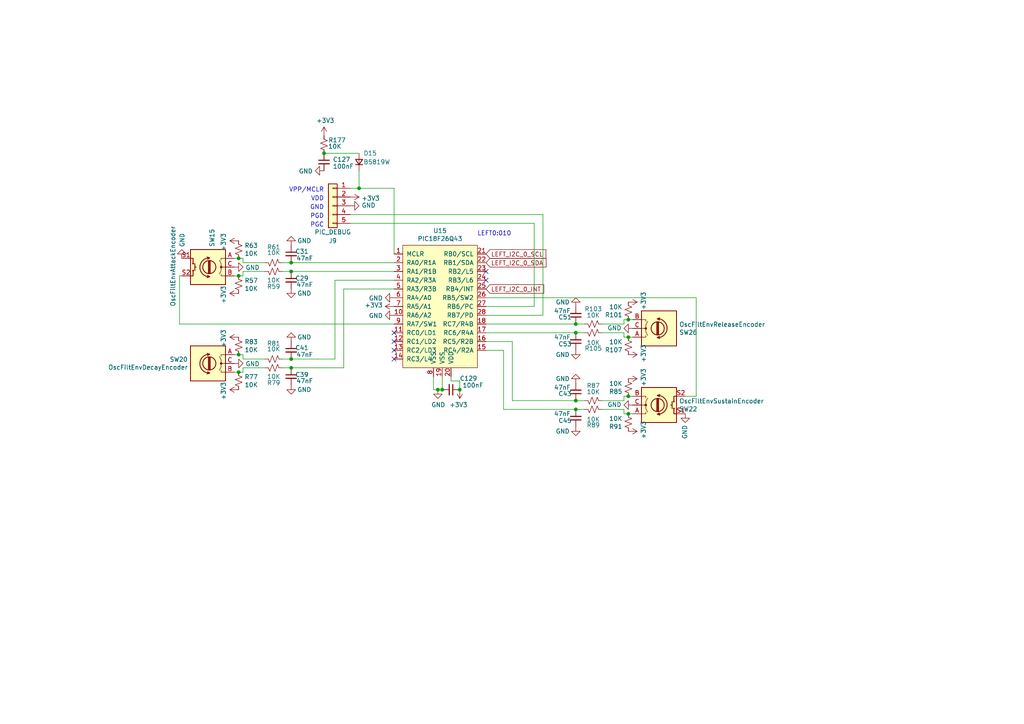
<source format=kicad_sch>
(kicad_sch (version 20210621) (generator eeschema)
  (paper "A4")
  (lib_symbols
    (symbol "Connector_Generic:Conn_01x05" (pin_names (offset 1.016) hide)
      (property "Reference" "J" (at 0 7.62 0))
      (property "Value" "Conn_01x05" (at 0 -7.62 0))
      (symbol "Conn_01x05_1_1"
        (rectangle (start -1.27 -4.953) (end 0 -5.207) (stroke (width 0.1524)))
        (rectangle (start -1.27 -2.413) (end 0 -2.667) (stroke (width 0.1524)))
        (rectangle (start -1.27 0.127) (end 0 -0.127) (stroke (width 0.1524)))
        (rectangle (start -1.27 2.667) (end 0 2.413) (stroke (width 0.1524)))
        (rectangle (start -1.27 5.207) (end 0 4.953) (stroke (width 0.1524)))
        (rectangle (start -1.27 6.35) (end 1.27 -6.35) (stroke (width 0.254)) (fill (type background)))
        (pin passive line (at -5.08 5.08 0) (length 3.81) (name "Pin_1") (number "1"))
        (pin passive line (at -5.08 2.54 0) (length 3.81) (name "Pin_2") (number "2"))
        (pin passive line (at -5.08 0 0) (length 3.81) (name "Pin_3") (number "3"))
        (pin passive line (at -5.08 -2.54 0) (length 3.81) (name "Pin_4") (number "4"))
        (pin passive line (at -5.08 -5.08 0) (length 3.81) (name "Pin_5") (number "5"))
      )
    )
    (symbol "Device:C_Small" (pin_numbers hide) (pin_names (offset 0.254) hide)
      (property "Reference" "C" (at 0.254 1.778 0))
      (property "Value" "C_Small" (at 0.254 -2.032 0))
      (symbol "C_Small_0_1"
        (polyline (pts (xy -1.524 -0.508) (xy 1.524 -0.508)) (stroke (width 0.3302)))
        (polyline (pts (xy -1.524 0.508) (xy 1.524 0.508)) (stroke (width 0.3048)))
      )
      (symbol "C_Small_1_1"
        (pin passive line (at 0 2.54 270) (length 2.032) (name "~") (number "1"))
        (pin passive line (at 0 -2.54 90) (length 2.032) (name "~") (number "2"))
      )
    )
    (symbol "Device:D_Small" (pin_numbers hide) (pin_names (offset 0.254) hide)
      (property "Reference" "D" (at -1.27 2.032 0))
      (property "Value" "D_Small" (at -3.81 -2.032 0))
      (symbol "D_Small_0_1"
        (polyline (pts (xy -0.762 -1.016) (xy -0.762 1.016)) (stroke (width 0.254)))
        (polyline (pts (xy -0.762 0) (xy 0.762 0)))
        (polyline (pts (xy 0.762 -1.016) (xy -0.762 0) (xy 0.762 1.016) (xy 0.762 -1.016)) (stroke (width 0.254)))
      )
      (symbol "D_Small_1_1"
        (pin passive line (at -2.54 0 0) (length 1.778) (name "K") (number "1"))
        (pin passive line (at 2.54 0 180) (length 1.778) (name "A") (number "2"))
      )
    )
    (symbol "Device:R_Small_US" (pin_numbers hide) (pin_names (offset 0.254) hide)
      (property "Reference" "R" (at 0.762 0.508 0))
      (property "Value" "R_Small_US" (at 0.762 -1.016 0))
      (symbol "R_Small_US_1_1"
        (polyline (pts (xy 0 0) (xy 1.016 -0.381) (xy 0 -0.762) (xy -1.016 -1.143) (xy 0 -1.524)))
        (polyline (pts (xy 0 1.524) (xy 1.016 1.143) (xy 0 0.762) (xy -1.016 0.381) (xy 0 0)))
        (pin passive line (at 0 2.54 270) (length 1.016) (name "~") (number "1"))
        (pin passive line (at 0 -2.54 90) (length 1.016) (name "~") (number "2"))
      )
    )
    (symbol "Device:RotaryEncoder" (pin_names (offset 0.254) hide)
      (property "Reference" "SW" (at 0 6.604 0))
      (property "Value" "RotaryEncoder" (at 0 -6.604 0))
      (symbol "RotaryEncoder_0_1"
        (arc (start -0.381 -2.794) (end -0.381 2.667) (radius (at -0.381 -0.0508) (length 2.7432) (angles -89.9 89.9)) (stroke (width 0.254)))
        (circle (center -0.381 0) (radius 1.905) (stroke (width 0.254)))
        (circle (center -3.81 0) (radius 0.254) (fill (type outline)))
        (rectangle (start -5.08 5.08) (end 5.08 -5.08) (stroke (width 0.254)) (fill (type background)))
        (polyline (pts (xy -0.635 -1.778) (xy -0.635 1.778)) (stroke (width 0.254)))
        (polyline (pts (xy -0.381 -1.778) (xy -0.381 1.778)) (stroke (width 0.254)))
        (polyline (pts (xy -0.127 1.778) (xy -0.127 -1.778)) (stroke (width 0.254)))
        (polyline (pts (xy -5.08 -2.54) (xy -3.81 -2.54) (xy -3.81 -2.032)))
        (polyline (pts (xy -5.08 2.54) (xy -3.81 2.54) (xy -3.81 2.032)))
        (polyline (pts (xy 0.254 -3.048) (xy -0.508 -2.794) (xy 0.127 -2.413)) (stroke (width 0.254)))
        (polyline (pts (xy 0.254 2.921) (xy -0.508 2.667) (xy 0.127 2.286)) (stroke (width 0.254)))
        (polyline (pts (xy -5.08 0) (xy -3.81 0) (xy -3.81 -1.016) (xy -3.302 -2.032)))
        (polyline (pts (xy -4.318 0) (xy -3.81 0) (xy -3.81 1.016) (xy -3.302 2.032)))
      )
      (symbol "RotaryEncoder_1_1"
        (pin passive line (at -7.62 2.54 0) (length 2.54) (name "A") (number "A"))
        (pin passive line (at -7.62 -2.54 0) (length 2.54) (name "B") (number "B"))
        (pin passive line (at -7.62 0 0) (length 2.54) (name "C") (number "C"))
      )
    )
    (symbol "Device:RotaryEncoder_Switch" (pin_names (offset 0.254) hide)
      (property "Reference" "SW" (at 0 6.604 0))
      (property "Value" "RotaryEncoder_Switch" (at 0 -6.604 0))
      (symbol "RotaryEncoder_Switch_0_1"
        (arc (start -0.381 -2.794) (end -0.381 2.667) (radius (at -0.381 -0.0508) (length 2.7432) (angles -89.9 89.9)) (stroke (width 0.254)))
        (circle (center -0.381 0) (radius 1.905) (stroke (width 0.254)))
        (circle (center 4.318 -1.016) (radius 0.127) (stroke (width 0.254)))
        (circle (center 4.318 1.016) (radius 0.127) (stroke (width 0.254)))
        (circle (center -3.81 0) (radius 0.254) (fill (type outline)))
        (rectangle (start -5.08 5.08) (end 5.08 -5.08) (stroke (width 0.254)) (fill (type background)))
        (polyline (pts (xy -0.635 -1.778) (xy -0.635 1.778)) (stroke (width 0.254)))
        (polyline (pts (xy -0.381 -1.778) (xy -0.381 1.778)) (stroke (width 0.254)))
        (polyline (pts (xy -0.127 1.778) (xy -0.127 -1.778)) (stroke (width 0.254)))
        (polyline (pts (xy 3.81 0) (xy 3.429 0)) (stroke (width 0.254)))
        (polyline (pts (xy 3.81 1.016) (xy 3.81 -1.016)) (stroke (width 0.254)))
        (polyline (pts (xy -5.08 -2.54) (xy -3.81 -2.54) (xy -3.81 -2.032)))
        (polyline (pts (xy -5.08 2.54) (xy -3.81 2.54) (xy -3.81 2.032)))
        (polyline (pts (xy 0.254 -3.048) (xy -0.508 -2.794) (xy 0.127 -2.413)) (stroke (width 0.254)))
        (polyline (pts (xy 0.254 2.921) (xy -0.508 2.667) (xy 0.127 2.286)) (stroke (width 0.254)))
        (polyline (pts (xy 5.08 -2.54) (xy 4.318 -2.54) (xy 4.318 -1.016)) (stroke (width 0.254)))
        (polyline (pts (xy 5.08 2.54) (xy 4.318 2.54) (xy 4.318 1.016)) (stroke (width 0.254)))
        (polyline (pts (xy -5.08 0) (xy -3.81 0) (xy -3.81 -1.016) (xy -3.302 -2.032)))
        (polyline (pts (xy -4.318 0) (xy -3.81 0) (xy -3.81 1.016) (xy -3.302 2.032)))
      )
      (symbol "RotaryEncoder_Switch_1_1"
        (pin passive line (at -7.62 2.54 0) (length 2.54) (name "A") (number "A"))
        (pin passive line (at -7.62 -2.54 0) (length 2.54) (name "B") (number "B"))
        (pin passive line (at -7.62 0 0) (length 2.54) (name "C") (number "C"))
        (pin passive line (at 7.62 2.54 180) (length 2.54) (name "S1") (number "S1"))
        (pin passive line (at 7.62 -2.54 180) (length 2.54) (name "S2") (number "S2"))
      )
    )
    (symbol "PIC18F26Q43:PIC18F26Q43" (pin_names (offset 1.016))
      (property "Reference" "U" (at -6.35 -1.27 0))
      (property "Value" "PIC18F26Q43" (at -6.35 -3.81 0))
      (symbol "PIC18F26Q43_0_1"
        (rectangle (start -17.78 -6.35) (end 3.81 -41.91) (fill (type background)))
      )
      (symbol "PIC18F26Q43_1_1"
        (pin input line (at -20.32 -8.89 0) (length 2.54) (name "MCLR") (number "1"))
        (pin input line (at -20.32 -26.67 0) (length 2.54) (name "RA6/A2") (number "10"))
        (pin output line (at -20.32 -31.75 0) (length 2.54) (name "RC0/LD1") (number "11"))
        (pin output line (at -20.32 -34.29 0) (length 2.54) (name "RC1/LD2") (number "12"))
        (pin output line (at -20.32 -36.83 0) (length 2.54) (name "RC2/LD3") (number "13"))
        (pin output line (at -20.32 -39.37 0) (length 2.54) (name "RC3/L4") (number "14"))
        (pin input line (at 6.35 -36.83 180) (length 2.54) (name "RC4/R2A") (number "15"))
        (pin input line (at 6.35 -34.29 180) (length 2.54) (name "RC5/R2B") (number "16"))
        (pin input line (at 6.35 -31.75 180) (length 2.54) (name "RC6/R4A") (number "17"))
        (pin input line (at 6.35 -29.21 180) (length 2.54) (name "RC7/R4B") (number "18"))
        (pin power_in line (at -6.35 -44.45 90) (length 2.54) (name "VSS") (number "19"))
        (pin input line (at -20.32 -11.43 0) (length 2.54) (name "RA0/R1A") (number "2"))
        (pin power_in line (at -3.81 -44.45 90) (length 2.54) (name "VDD") (number "20"))
        (pin input line (at 6.35 -8.89 180) (length 2.54) (name "RB0/SCL") (number "21"))
        (pin bidirectional line (at 6.35 -11.43 180) (length 2.54) (name "RB1/SDA") (number "22"))
        (pin output line (at 6.35 -13.97 180) (length 2.54) (name "RB2/L5") (number "23"))
        (pin output line (at 6.35 -16.51 180) (length 2.54) (name "RB3/L6") (number "24"))
        (pin bidirectional line (at 6.35 -19.05 180) (length 2.54) (name "RB4/INT") (number "25"))
        (pin output line (at 6.35 -21.59 180) (length 2.54) (name "RB5/SW2") (number "26"))
        (pin input line (at 6.35 -24.13 180) (length 2.54) (name "RB6/PC") (number "27"))
        (pin input line (at 6.35 -26.67 180) (length 2.54) (name "RB7/PD") (number "28"))
        (pin input line (at -20.32 -13.97 0) (length 2.54) (name "RA1/R1B") (number "3"))
        (pin input line (at -20.32 -16.51 0) (length 2.54) (name "RA2/R3A") (number "4"))
        (pin input line (at -20.32 -19.05 0) (length 2.54) (name "RA3/R3B") (number "5"))
        (pin input line (at -20.32 -21.59 0) (length 2.54) (name "RA4/A0") (number "6"))
        (pin input line (at -20.32 -24.13 0) (length 2.54) (name "RA5/A1") (number "7"))
        (pin power_in line (at -8.89 -44.45 90) (length 2.54) (name "VSS") (number "8"))
        (pin input line (at -20.32 -29.21 0) (length 2.54) (name "RA7/SW1") (number "9"))
      )
    )
    (symbol "power:+3.3V" (power) (pin_names (offset 0))
      (property "Value" "+3.3V" (at 0 3.556 0))
      (symbol "+3.3V_0_1"
        (polyline (pts (xy -0.762 1.27) (xy 0 2.54)))
        (polyline (pts (xy 0 0) (xy 0 2.54)))
        (polyline (pts (xy 0 2.54) (xy 0.762 1.27)))
      )
      (symbol "+3.3V_1_1"
        (pin power_in line (at 0 0 90) (length 0) hide (name "+3V3") (number "1"))
      )
    )
    (symbol "power:GND" (power) (pin_names (offset 0))
      (property "Value" "GND" (at 0 -3.81 0))
      (symbol "GND_0_1"
        (polyline (pts (xy 0 0) (xy 0 -1.27) (xy 1.27 -1.27) (xy 0 -2.54) (xy -1.27 -1.27) (xy 0 -1.27)))
      )
      (symbol "GND_1_1"
        (pin power_in line (at 0 0 270) (length 0) hide (name "GND") (number "1"))
      )
    )
  )
  (junction (at 69.215 74.93))
  (junction (at 69.215 80.01))
  (junction (at 69.215 102.87))
  (junction (at 69.215 107.95))
  (junction (at 84.455 76.2))
  (junction (at 84.455 78.74))
  (junction (at 84.455 104.14))
  (junction (at 84.455 106.68))
  (junction (at 93.98 44.45))
  (junction (at 104.14 54.61))
  (junction (at 127 113.03))
  (junction (at 128.27 113.03))
  (junction (at 133.35 113.03))
  (junction (at 167.005 93.98))
  (junction (at 167.005 96.52))
  (junction (at 167.005 116.205))
  (junction (at 167.005 118.745))
  (junction (at 182.245 92.71))
  (junction (at 182.245 97.79))
  (junction (at 182.245 114.935))
  (junction (at 182.245 120.015))
  (no_connect (at 114.3 96.52))
  (no_connect (at 114.3 99.06))
  (no_connect (at 114.3 101.6))
  (no_connect (at 114.3 104.14))
  (no_connect (at 140.97 78.74))
  (no_connect (at 140.97 81.28))
  (wire (pts (xy 52.07 80.01) (xy 52.07 93.98)))
  (wire (pts (xy 52.07 93.98) (xy 114.3 93.98)))
  (wire (pts (xy 52.705 80.01) (xy 52.07 80.01)))
  (wire (pts (xy 69.215 74.93) (xy 67.945 74.93)))
  (wire (pts (xy 69.215 80.01) (xy 67.945 80.01)))
  (wire (pts (xy 69.215 102.87) (xy 67.945 102.87)))
  (wire (pts (xy 69.215 107.95) (xy 67.945 107.95)))
  (wire (pts (xy 70.485 74.93) (xy 69.215 74.93)))
  (wire (pts (xy 70.485 74.93) (xy 70.485 76.2)))
  (wire (pts (xy 70.485 78.74) (xy 70.485 80.01)))
  (wire (pts (xy 70.485 80.01) (xy 69.215 80.01)))
  (wire (pts (xy 70.485 102.87) (xy 69.215 102.87)))
  (wire (pts (xy 70.485 102.87) (xy 70.485 104.14)))
  (wire (pts (xy 70.485 106.68) (xy 70.485 107.95)))
  (wire (pts (xy 70.485 107.95) (xy 69.215 107.95)))
  (wire (pts (xy 76.835 76.2) (xy 70.485 76.2)))
  (wire (pts (xy 76.835 78.74) (xy 70.485 78.74)))
  (wire (pts (xy 76.835 104.14) (xy 70.485 104.14)))
  (wire (pts (xy 76.835 106.68) (xy 70.485 106.68)))
  (wire (pts (xy 81.915 76.2) (xy 84.455 76.2)))
  (wire (pts (xy 81.915 78.74) (xy 84.455 78.74)))
  (wire (pts (xy 81.915 104.14) (xy 84.455 104.14)))
  (wire (pts (xy 81.915 106.68) (xy 84.455 106.68)))
  (wire (pts (xy 84.455 76.2) (xy 114.3 76.2)))
  (wire (pts (xy 84.455 78.74) (xy 114.3 78.74)))
  (wire (pts (xy 84.455 106.68) (xy 99.695 106.68)))
  (wire (pts (xy 93.98 44.45) (xy 104.14 44.45)))
  (wire (pts (xy 97.155 81.28) (xy 97.155 104.14)))
  (wire (pts (xy 97.155 81.28) (xy 114.3 81.28)))
  (wire (pts (xy 97.155 104.14) (xy 84.455 104.14)))
  (wire (pts (xy 99.695 83.82) (xy 114.3 83.82)))
  (wire (pts (xy 99.695 106.68) (xy 99.695 83.82)))
  (wire (pts (xy 101.6 54.61) (xy 104.14 54.61)))
  (wire (pts (xy 101.6 62.23) (xy 157.48 62.23)))
  (wire (pts (xy 101.6 64.77) (xy 154.94 64.77)))
  (wire (pts (xy 104.14 54.61) (xy 104.14 49.53)))
  (wire (pts (xy 104.14 54.61) (xy 114.3 54.61)))
  (wire (pts (xy 114.3 54.61) (xy 114.3 73.66)))
  (wire (pts (xy 125.73 109.22) (xy 125.73 113.03)))
  (wire (pts (xy 125.73 113.03) (xy 127 113.03)))
  (wire (pts (xy 127 113.03) (xy 128.27 113.03)))
  (wire (pts (xy 128.27 109.22) (xy 128.27 113.03)))
  (wire (pts (xy 130.81 109.22) (xy 130.81 110.49)))
  (wire (pts (xy 133.35 110.49) (xy 130.81 110.49)))
  (wire (pts (xy 133.35 110.49) (xy 133.35 113.03)))
  (wire (pts (xy 140.97 86.36) (xy 201.93 86.36)))
  (wire (pts (xy 140.97 91.44) (xy 157.48 91.44)))
  (wire (pts (xy 140.97 93.98) (xy 167.005 93.98)))
  (wire (pts (xy 140.97 96.52) (xy 167.005 96.52)))
  (wire (pts (xy 140.97 99.06) (xy 148.59 99.06)))
  (wire (pts (xy 146.05 101.6) (xy 140.97 101.6)))
  (wire (pts (xy 146.05 101.6) (xy 146.05 118.745)))
  (wire (pts (xy 146.05 118.745) (xy 167.005 118.745)))
  (wire (pts (xy 148.59 99.06) (xy 148.59 116.205)))
  (wire (pts (xy 148.59 116.205) (xy 167.005 116.205)))
  (wire (pts (xy 154.94 64.77) (xy 154.94 88.9)))
  (wire (pts (xy 154.94 88.9) (xy 140.97 88.9)))
  (wire (pts (xy 157.48 62.23) (xy 157.48 91.44)))
  (wire (pts (xy 169.545 93.98) (xy 167.005 93.98)))
  (wire (pts (xy 169.545 96.52) (xy 167.005 96.52)))
  (wire (pts (xy 169.545 116.205) (xy 167.005 116.205)))
  (wire (pts (xy 169.545 118.745) (xy 167.005 118.745)))
  (wire (pts (xy 174.625 93.98) (xy 180.975 93.98)))
  (wire (pts (xy 174.625 96.52) (xy 180.975 96.52)))
  (wire (pts (xy 174.625 116.205) (xy 180.975 116.205)))
  (wire (pts (xy 174.625 118.745) (xy 180.975 118.745)))
  (wire (pts (xy 180.975 92.71) (xy 182.245 92.71)))
  (wire (pts (xy 180.975 93.98) (xy 180.975 92.71)))
  (wire (pts (xy 180.975 97.79) (xy 180.975 96.52)))
  (wire (pts (xy 180.975 97.79) (xy 182.245 97.79)))
  (wire (pts (xy 180.975 114.935) (xy 182.245 114.935)))
  (wire (pts (xy 180.975 116.205) (xy 180.975 114.935)))
  (wire (pts (xy 180.975 120.015) (xy 180.975 118.745)))
  (wire (pts (xy 180.975 120.015) (xy 182.245 120.015)))
  (wire (pts (xy 182.245 92.71) (xy 183.515 92.71)))
  (wire (pts (xy 182.245 97.79) (xy 183.515 97.79)))
  (wire (pts (xy 182.245 114.935) (xy 183.515 114.935)))
  (wire (pts (xy 182.245 120.015) (xy 183.515 120.015)))
  (wire (pts (xy 201.93 86.36) (xy 201.93 114.935)))
  (wire (pts (xy 201.93 114.935) (xy 198.755 114.935)))
  (text "VPP/MCLR" (at 93.98 55.88 180) (effects (font (size 1.27 1.27)) (justify right bottom)))
  (text "VDD" (at 93.98 58.42 180) (effects (font (size 1.27 1.27)) (justify right bottom)))
  (text "GND" (at 93.98 60.96 180) (effects (font (size 1.27 1.27)) (justify right bottom)))
  (text "PGD" (at 93.98 63.5 180) (effects (font (size 1.27 1.27)) (justify right bottom)))
  (text "PGC" (at 93.98 66.04 180) (effects (font (size 1.27 1.27)) (justify right bottom)))
  (text "LEFT0:010" (at 138.43 68.58 0) (effects (font (size 1.27 1.27)) (justify left bottom)))
  (global_label "LEFT_I2C_0_SCL" (shape input) (at 140.97 73.66 0) (property "Intersheet References" "${INTERSHEET_REFS}" (effects hide)))
  (global_label "LEFT_I2C_0_SDA" (shape input) (at 140.97 76.2 0) (property "Intersheet References" "${INTERSHEET_REFS}" (effects hide)))
  (global_label "LEFT_I2C_0_INT" (shape input) (at 140.97 83.82 0) (property "Intersheet References" "${INTERSHEET_REFS}" (effects hide)))
  (symbol (lib_id "power:+3.3V") (at 69.215 69.85 90) (mirror x) (unit 1)
    (property "Reference" "#PWR0177" (effects hide))
    (property "Value" "+3.3V" (at 64.8208 70.231 0))
  )
  (symbol (lib_id "power:+3.3V") (at 69.215 85.09 90) (mirror x) (unit 1)
    (property "Reference" "#PWR0176" (effects hide))
    (property "Value" "+3.3V" (at 64.8208 85.471 0))
  )
  (symbol (lib_id "power:+3.3V") (at 69.215 97.79 90) (mirror x) (unit 1)
    (property "Reference" "#PWR0181" (effects hide))
    (property "Value" "+3.3V" (at 64.8208 98.171 0))
  )
  (symbol (lib_id "power:+3.3V") (at 69.215 113.03 90) (mirror x) (unit 1)
    (property "Reference" "#PWR0180" (effects hide))
    (property "Value" "+3.3V" (at 64.8208 113.411 0))
  )
  (symbol (lib_id "power:+3.3V") (at 93.98 39.37 0) (unit 1)
    (property "Reference" "#PWR0161" (effects hide))
    (property "Value" "+3.3V" (at 94.361 34.9758 0))
  )
  (symbol (lib_id "power:+3.3V") (at 101.6 57.15 270) (unit 1)
    (property "Reference" "#PWR0168" (effects hide))
    (property "Value" "+3.3V" (at 104.8512 57.531 90) (effects (justify left)))
  )
  (symbol (lib_id "power:+3.3V") (at 114.3 88.9 90) (unit 1)
    (property "Reference" "#PWR0907" (effects hide))
    (property "Value" "+3.3V" (at 111.0488 88.519 90) (effects (justify left)))
  )
  (symbol (lib_id "power:+3.3V") (at 133.35 113.03 180) (unit 1)
    (property "Reference" "#PWR0169" (effects hide))
    (property "Value" "+3.3V" (at 132.969 117.4242 0))
  )
  (symbol (lib_id "power:+3.3V") (at 182.245 87.63 270) (mirror x) (unit 1)
    (property "Reference" "#PWR0190" (effects hide))
    (property "Value" "+3.3V" (at 186.6392 87.249 0))
  )
  (symbol (lib_id "power:+3.3V") (at 182.245 102.87 270) (mirror x) (unit 1)
    (property "Reference" "#PWR0191" (effects hide))
    (property "Value" "+3.3V" (at 186.6392 102.489 0))
  )
  (symbol (lib_id "power:+3.3V") (at 182.245 109.855 270) (mirror x) (unit 1)
    (property "Reference" "#PWR0183" (effects hide))
    (property "Value" "+3.3V" (at 186.6392 109.474 0))
  )
  (symbol (lib_id "power:+3.3V") (at 182.245 125.095 270) (mirror x) (unit 1)
    (property "Reference" "#PWR0185" (effects hide))
    (property "Value" "+3.3V" (at 186.6392 124.714 0))
  )
  (symbol (lib_id "power:GND") (at 52.705 74.93 0) (mirror x) (unit 1)
    (property "Reference" "#PWR0235" (effects hide))
    (property "Value" "GND" (at 52.832 71.6788 90) (effects (justify right)))
  )
  (symbol (lib_id "power:GND") (at 67.945 77.47 90) (mirror x) (unit 1)
    (property "Reference" "#PWR0123" (effects hide))
    (property "Value" "GND" (at 71.1962 77.597 90) (effects (justify right)))
  )
  (symbol (lib_id "power:GND") (at 67.945 105.41 90) (mirror x) (unit 1)
    (property "Reference" "#PWR0146" (effects hide))
    (property "Value" "GND" (at 71.1962 105.537 90) (effects (justify right)))
  )
  (symbol (lib_id "power:GND") (at 84.455 71.12 0) (mirror x) (unit 1)
    (property "Reference" "#PWR0125" (effects hide))
    (property "Value" "GND" (at 88.265 69.85 0))
  )
  (symbol (lib_id "power:GND") (at 84.455 83.82 0) (mirror y) (unit 1)
    (property "Reference" "#PWR0121" (effects hide))
    (property "Value" "GND" (at 88.265 85.09 0))
  )
  (symbol (lib_id "power:GND") (at 84.455 99.06 0) (mirror x) (unit 1)
    (property "Reference" "#PWR0148" (effects hide))
    (property "Value" "GND" (at 88.265 97.79 0))
  )
  (symbol (lib_id "power:GND") (at 84.455 111.76 0) (mirror y) (unit 1)
    (property "Reference" "#PWR0144" (effects hide))
    (property "Value" "GND" (at 88.265 113.03 0))
  )
  (symbol (lib_id "power:GND") (at 93.98 49.53 270) (unit 1)
    (property "Reference" "#PWR0332" (effects hide))
    (property "Value" "GND" (at 90.7288 49.657 90) (effects (justify right)))
  )
  (symbol (lib_id "power:GND") (at 101.6 59.69 90) (unit 1)
    (property "Reference" "#PWR0330" (effects hide))
    (property "Value" "GND" (at 104.8512 59.563 90) (effects (justify right)))
  )
  (symbol (lib_id "power:GND") (at 114.3 86.36 270) (unit 1)
    (property "Reference" "#PWR0906" (effects hide))
    (property "Value" "GND" (at 111.0488 86.487 90) (effects (justify right)))
  )
  (symbol (lib_id "power:GND") (at 114.3 91.44 270) (unit 1)
    (property "Reference" "#PWR0908" (effects hide))
    (property "Value" "GND" (at 111.0488 91.567 90) (effects (justify right)))
  )
  (symbol (lib_id "power:GND") (at 127 113.03 0) (unit 1)
    (property "Reference" "#PWR0269" (effects hide))
    (property "Value" "GND" (at 127.127 117.4242 0))
  )
  (symbol (lib_id "power:GND") (at 167.005 88.9 0) (mirror x) (unit 1)
    (property "Reference" "#PWR0170" (effects hide))
    (property "Value" "GND" (at 163.195 87.63 0))
  )
  (symbol (lib_id "power:GND") (at 167.005 101.6 0) (mirror y) (unit 1)
    (property "Reference" "#PWR0174" (effects hide))
    (property "Value" "GND" (at 163.195 102.87 0))
  )
  (symbol (lib_id "power:GND") (at 167.005 111.125 0) (mirror x) (unit 1)
    (property "Reference" "#PWR0153" (effects hide))
    (property "Value" "GND" (at 163.195 109.855 0))
  )
  (symbol (lib_id "power:GND") (at 167.005 123.825 0) (mirror y) (unit 1)
    (property "Reference" "#PWR0157" (effects hide))
    (property "Value" "GND" (at 163.195 125.095 0))
  )
  (symbol (lib_id "power:GND") (at 183.515 95.25 270) (mirror x) (unit 1)
    (property "Reference" "#PWR0172" (effects hide))
    (property "Value" "GND" (at 180.2638 95.123 90) (effects (justify right)))
  )
  (symbol (lib_id "power:GND") (at 183.515 117.475 270) (mirror x) (unit 1)
    (property "Reference" "#PWR0155" (effects hide))
    (property "Value" "GND" (at 180.2638 117.348 90) (effects (justify right)))
  )
  (symbol (lib_id "power:GND") (at 198.755 120.015 0) (mirror y) (unit 1)
    (property "Reference" "#PWR0615" (effects hide))
    (property "Value" "GND" (at 198.628 123.2662 90) (effects (justify right)))
  )
  (symbol (lib_id "Device:R_Small_US") (at 69.215 72.39 180) (unit 1)
    (property "Reference" "R63" (at 70.9168 71.2216 0) (effects (justify right)))
    (property "Value" "10K" (at 70.9168 73.533 0) (effects (justify right)))
    (property "Footprint" "Resistor_SMD:R_0402_1005Metric" (effects hide))
    (property "LCSC" "C25744" (effects hide))
  )
  (symbol (lib_id "Device:R_Small_US") (at 69.215 82.55 180) (unit 1)
    (property "Reference" "R57" (at 70.9168 81.3816 0) (effects (justify right)))
    (property "Value" "10K" (at 70.9168 83.693 0) (effects (justify right)))
    (property "Footprint" "Resistor_SMD:R_0402_1005Metric" (effects hide))
    (property "LCSC" "C25744" (effects hide))
  )
  (symbol (lib_id "Device:R_Small_US") (at 69.215 100.33 180) (unit 1)
    (property "Reference" "R83" (at 70.9168 99.1616 0) (effects (justify right)))
    (property "Value" "10K" (at 70.9168 101.473 0) (effects (justify right)))
    (property "Footprint" "Resistor_SMD:R_0402_1005Metric" (effects hide))
    (property "LCSC" "C25744" (effects hide))
  )
  (symbol (lib_id "Device:R_Small_US") (at 69.215 110.49 180) (unit 1)
    (property "Reference" "R77" (at 70.9168 109.3216 0) (effects (justify right)))
    (property "Value" "10K" (at 70.9168 111.633 0) (effects (justify right)))
    (property "Footprint" "Resistor_SMD:R_0402_1005Metric" (effects hide))
    (property "LCSC" "C25744" (effects hide))
  )
  (symbol (lib_id "Device:R_Small_US") (at 79.375 76.2 90) (mirror x) (unit 1)
    (property "Reference" "R61" (at 79.375 72.39 90) (effects (justify bottom)))
    (property "Value" "10K" (at 79.375 73.3044 90))
    (property "Footprint" "Resistor_SMD:R_0402_1005Metric" (effects hide))
    (property "LCSC" "C25744" (effects hide))
  )
  (symbol (lib_id "Device:R_Small_US") (at 79.375 78.74 270) (mirror x) (unit 1)
    (property "Reference" "R59" (at 79.375 83.82 90) (effects (justify top)))
    (property "Value" "10K" (at 79.375 81.28 90))
    (property "Footprint" "Resistor_SMD:R_0402_1005Metric" (effects hide))
    (property "LCSC" "C25744" (effects hide))
  )
  (symbol (lib_id "Device:R_Small_US") (at 79.375 104.14 90) (mirror x) (unit 1)
    (property "Reference" "R81" (at 79.375 100.33 90) (effects (justify bottom)))
    (property "Value" "10K" (at 79.375 101.2444 90))
    (property "Footprint" "Resistor_SMD:R_0402_1005Metric" (effects hide))
    (property "LCSC" "C25744" (effects hide))
  )
  (symbol (lib_id "Device:R_Small_US") (at 79.375 106.68 270) (mirror x) (unit 1)
    (property "Reference" "R79" (at 79.375 111.76 90) (effects (justify top)))
    (property "Value" "10K" (at 79.375 109.22 90))
    (property "Footprint" "Resistor_SMD:R_0402_1005Metric" (effects hide))
    (property "LCSC" "C25744" (effects hide))
  )
  (symbol (lib_id "Device:R_Small_US") (at 93.98 41.91 180) (unit 1)
    (property "Reference" "R177" (at 100.33 40.64 0) (effects (justify left)))
    (property "Value" "10K" (at 99.06 43.18 0) (effects (justify left top)))
    (property "Footprint" "Resistor_SMD:R_0603_1608Metric" (effects hide))
    (property "LCSC" "C25804" (effects hide))
  )
  (symbol (lib_id "Device:R_Small_US") (at 172.085 93.98 90) (mirror x) (unit 1)
    (property "Reference" "R103" (at 172.085 88.9 90) (effects (justify top)))
    (property "Value" "10K" (at 172.085 91.44 90))
    (property "Footprint" "Resistor_SMD:R_0402_1005Metric" (effects hide))
    (property "LCSC" "C25744" (effects hide))
  )
  (symbol (lib_id "Device:R_Small_US") (at 172.085 96.52 270) (mirror x) (unit 1)
    (property "Reference" "R105" (at 172.085 100.33 90) (effects (justify bottom)))
    (property "Value" "10K" (at 172.085 99.4156 90))
    (property "Footprint" "Resistor_SMD:R_0402_1005Metric" (effects hide))
    (property "LCSC" "C25744" (effects hide))
  )
  (symbol (lib_id "Device:R_Small_US") (at 172.085 116.205 90) (mirror x) (unit 1)
    (property "Reference" "R87" (at 172.085 111.125 90) (effects (justify top)))
    (property "Value" "10K" (at 172.085 113.665 90))
    (property "Footprint" "Resistor_SMD:R_0402_1005Metric" (effects hide))
    (property "LCSC" "C25744" (effects hide))
  )
  (symbol (lib_id "Device:R_Small_US") (at 172.085 118.745 270) (mirror x) (unit 1)
    (property "Reference" "R89" (at 172.085 122.555 90) (effects (justify bottom)))
    (property "Value" "10K" (at 172.085 121.6406 90))
    (property "Footprint" "Resistor_SMD:R_0402_1005Metric" (effects hide))
    (property "LCSC" "C25744" (effects hide))
  )
  (symbol (lib_id "Device:R_Small_US") (at 182.245 90.17 0) (unit 1)
    (property "Reference" "R101" (at 180.5432 91.3384 0) (effects (justify right)))
    (property "Value" "10K" (at 180.5432 89.027 0) (effects (justify right)))
    (property "Footprint" "Resistor_SMD:R_0402_1005Metric" (effects hide))
    (property "LCSC" "C25744" (effects hide))
  )
  (symbol (lib_id "Device:R_Small_US") (at 182.245 100.33 0) (unit 1)
    (property "Reference" "R107" (at 180.5432 101.4984 0) (effects (justify right)))
    (property "Value" "10K" (at 180.5432 99.187 0) (effects (justify right)))
    (property "Footprint" "Resistor_SMD:R_0402_1005Metric" (effects hide))
    (property "LCSC" "C25744" (effects hide))
  )
  (symbol (lib_id "Device:R_Small_US") (at 182.245 112.395 0) (unit 1)
    (property "Reference" "R85" (at 180.5432 113.5634 0) (effects (justify right)))
    (property "Value" "10K" (at 180.5432 111.252 0) (effects (justify right)))
    (property "Footprint" "Resistor_SMD:R_0402_1005Metric" (effects hide))
    (property "LCSC" "C25744" (effects hide))
  )
  (symbol (lib_id "Device:R_Small_US") (at 182.245 122.555 0) (unit 1)
    (property "Reference" "R91" (at 180.5432 123.7234 0) (effects (justify right)))
    (property "Value" "10K" (at 180.5432 121.412 0) (effects (justify right)))
    (property "Footprint" "Resistor_SMD:R_0402_1005Metric" (effects hide))
    (property "LCSC" "C25744" (effects hide))
  )
  (symbol (lib_id "Device:D_Small") (at 104.14 46.99 90) (unit 1)
    (property "Reference" "D15" (at 105.41 44.45 90) (effects (justify right)))
    (property "Value" "B5819W" (at 105.41 46.99 90) (effects (justify right)))
    (property "Footprint" "Diode_SMD:D_SOD-123" (effects hide))
    (property "LCSC" "C8598" (effects hide))
  )
  (symbol (lib_id "Device:C_Small") (at 84.455 73.66 0) (unit 1)
    (property "Reference" "C31" (at 89.535 73.66 0) (effects (justify right bottom)))
    (property "Value" "47nF" (at 90.805 74.93 0) (effects (justify right)))
    (property "Footprint" "Capacitor_SMD:C_0603_1608Metric" (effects hide))
    (property "LCSC" "C1622" (effects hide))
  )
  (symbol (lib_id "Device:C_Small") (at 84.455 81.28 0) (unit 1)
    (property "Reference" "C29" (at 89.535 80.01 0) (effects (justify right top)))
    (property "Value" "47nF" (at 90.805 82.55 0) (effects (justify right)))
    (property "Footprint" "Capacitor_SMD:C_0603_1608Metric" (effects hide))
    (property "LCSC" "C1622" (effects hide))
  )
  (symbol (lib_id "Device:C_Small") (at 84.455 101.6 0) (unit 1)
    (property "Reference" "C41" (at 89.535 101.6 0) (effects (justify right bottom)))
    (property "Value" "47nF" (at 90.805 102.87 0) (effects (justify right)))
    (property "Footprint" "Capacitor_SMD:C_0603_1608Metric" (effects hide))
    (property "LCSC" "C1622" (effects hide))
  )
  (symbol (lib_id "Device:C_Small") (at 84.455 109.22 0) (unit 1)
    (property "Reference" "C39" (at 89.535 107.95 0) (effects (justify right top)))
    (property "Value" "47nF" (at 90.805 110.49 0) (effects (justify right)))
    (property "Footprint" "Capacitor_SMD:C_0603_1608Metric" (effects hide))
    (property "LCSC" "C1622" (effects hide))
  )
  (symbol (lib_id "Device:C_Small") (at 93.98 46.99 0) (unit 1)
    (property "Reference" "C127" (at 96.52 46.99 0) (effects (justify left bottom)))
    (property "Value" "100nF" (at 96.52 48.26 0) (effects (justify left)))
    (property "Footprint" "Capacitor_SMD:C_0402_1005Metric" (effects hide))
    (property "LCSC" "C1525" (effects hide))
  )
  (symbol (lib_id "Device:C_Small") (at 130.81 113.03 270) (unit 1)
    (property "Reference" "C129" (at 135.89 110.49 90) (effects (justify bottom)))
    (property "Value" "100nF" (at 137.16 111.76 90))
    (property "Footprint" "Capacitor_SMD:C_0402_1005Metric" (effects hide))
    (property "LCSC" "C1525" (effects hide))
  )
  (symbol (lib_id "Device:C_Small") (at 167.005 91.44 180) (unit 1)
    (property "Reference" "C51" (at 161.925 92.71 0) (effects (justify right top)))
    (property "Value" "47nF" (at 160.655 90.17 0) (effects (justify right)))
    (property "Footprint" "Capacitor_SMD:C_0603_1608Metric" (effects hide))
    (property "LCSC" "C1622" (effects hide))
  )
  (symbol (lib_id "Device:C_Small") (at 167.005 99.06 180) (unit 1)
    (property "Reference" "C53" (at 161.925 99.06 0) (effects (justify right bottom)))
    (property "Value" "47nF" (at 160.655 97.79 0) (effects (justify right)))
    (property "Footprint" "Capacitor_SMD:C_0603_1608Metric" (effects hide))
    (property "LCSC" "C1622" (effects hide))
  )
  (symbol (lib_id "Device:C_Small") (at 167.005 113.665 180) (unit 1)
    (property "Reference" "C43" (at 161.925 114.935 0) (effects (justify right top)))
    (property "Value" "47nF" (at 160.655 112.395 0) (effects (justify right)))
    (property "Footprint" "Capacitor_SMD:C_0603_1608Metric" (effects hide))
    (property "LCSC" "C1622" (effects hide))
  )
  (symbol (lib_id "Device:C_Small") (at 167.005 121.285 180) (unit 1)
    (property "Reference" "C45" (at 161.925 121.285 0) (effects (justify right bottom)))
    (property "Value" "47nF" (at 160.655 120.015 0) (effects (justify right)))
    (property "Footprint" "Capacitor_SMD:C_0603_1608Metric" (effects hide))
    (property "LCSC" "C1622" (effects hide))
  )
  (symbol (lib_id "Connector_Generic:Conn_01x05") (at 96.52 59.69 0) (mirror y) (unit 1)
    (property "Reference" "J9" (at 96.52 69.85 0))
    (property "Value" "PIC_DEBUG" (at 96.52 67.31 0))
    (property "Footprint" "Connector_PinHeader_1.27mm:PinHeader_1x05_P1.27mm_Vertical" (effects hide))
  )
  (symbol (lib_id "Device:RotaryEncoder") (at 60.325 105.41 0) (mirror y) (unit 1)
    (property "Reference" "SW20" (at 54.483 104.2416 0) (effects (justify left)))
    (property "Value" "OscFiltEnvDecayEncoder" (at 54.483 106.553 0) (effects (justify left)))
    (property "Footprint" "PEC11R:PEC11R-4x15F-N0024" (effects hide))
  )
  (symbol (lib_id "Device:RotaryEncoder") (at 191.135 95.25 0) (mirror x) (unit 1)
    (property "Reference" "SW26" (at 196.977 96.4184 0) (effects (justify left)))
    (property "Value" "OscFiltEnvReleaseEncoder" (at 196.977 94.107 0) (effects (justify left)))
    (property "Footprint" "PEC11R:PEC11R-4x15F-N0024" (effects hide))
  )
  (symbol (lib_id "Device:RotaryEncoder_Switch") (at 60.325 77.47 0) (mirror y) (unit 1)
    (property "Reference" "SW15" (at 61.4934 71.628 90) (effects (justify left)))
    (property "Value" "OscFiltEnvAttackEncoder" (at 50.165 88.9 90) (effects (justify left)))
    (property "Footprint" "PEC11R:PEC11R-4x15F-S0024" (effects hide))
  )
  (symbol (lib_id "Device:RotaryEncoder_Switch") (at 191.135 117.475 0) (mirror x) (unit 1)
    (property "Reference" "SW22" (at 196.977 118.6434 0) (effects (justify left)))
    (property "Value" "OscFiltEnvSustainEncoder" (at 196.977 116.332 0) (effects (justify left)))
    (property "Footprint" "PEC11R:PEC11R-4x15F-S0024" (effects hide))
  )
  (symbol (lib_id "PIC18F26Q43:PIC18F26Q43") (at 134.62 64.77 0) (unit 1)
    (property "Reference" "U15" (at 127.635 66.929 0))
    (property "Value" "PIC18F26Q43" (at 127.635 69.2404 0))
    (property "Footprint" "Package_SO:SSOP-28_5.3x10.2mm_P0.65mm" (effects hide))
  )
)
</source>
